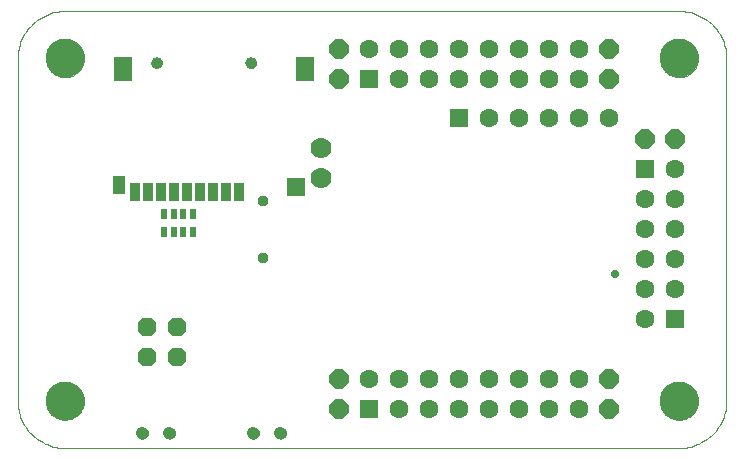
<source format=gbs>
G75*
%MOIN*%
%OFA0B0*%
%FSLAX24Y24*%
%IPPOS*%
%LPD*%
%AMOC8*
5,1,8,0,0,1.08239X$1,22.5*
%
%ADD10OC8,0.0640*%
%ADD11OC8,0.0360*%
%ADD12R,0.0631X0.0631*%
%ADD13C,0.0631*%
%ADD14C,0.0000*%
%ADD15C,0.1300*%
%ADD16C,0.0700*%
%ADD17OC8,0.0631*%
%ADD18C,0.0414*%
%ADD19R,0.0340X0.0640*%
%ADD20R,0.0440X0.0640*%
%ADD21R,0.0640X0.0840*%
%ADD22R,0.0640X0.0640*%
%ADD23C,0.0390*%
%ADD24R,0.0240X0.0340*%
%ADD25C,0.0290*%
D10*
X015087Y004716D03*
X015087Y005716D03*
X024087Y005716D03*
X024088Y004718D03*
X025287Y013716D03*
X026287Y013716D03*
X024087Y015716D03*
X024087Y016716D03*
X015087Y016716D03*
X015087Y015716D03*
D11*
X012556Y011660D03*
X012556Y009738D03*
D12*
X019087Y014416D03*
X016087Y015716D03*
X025287Y012716D03*
X026287Y007716D03*
X016087Y004716D03*
D13*
X017087Y004716D03*
X018087Y004716D03*
X019087Y004716D03*
X020087Y004716D03*
X021087Y004716D03*
X022087Y004716D03*
X023087Y004716D03*
X023087Y005716D03*
X022087Y005716D03*
X021087Y005716D03*
X020087Y005716D03*
X019087Y005716D03*
X018087Y005716D03*
X017087Y005716D03*
X016087Y005716D03*
X025287Y007716D03*
X025287Y008716D03*
X026287Y008716D03*
X026287Y009716D03*
X025287Y009716D03*
X025287Y010716D03*
X026287Y010716D03*
X026287Y011716D03*
X025287Y011716D03*
X026287Y012716D03*
X024087Y014416D03*
X023087Y014416D03*
X022087Y014416D03*
X021087Y014416D03*
X020087Y014416D03*
X020087Y015716D03*
X021087Y015716D03*
X022087Y015716D03*
X023087Y015716D03*
X023087Y016716D03*
X022087Y016716D03*
X021087Y016716D03*
X020087Y016716D03*
X019087Y016716D03*
X018087Y016716D03*
X017087Y016716D03*
X016087Y016716D03*
X017087Y015716D03*
X018087Y015716D03*
X019087Y015716D03*
D14*
X026434Y003416D02*
X005961Y003416D01*
X005331Y004990D02*
X005333Y005040D01*
X005339Y005090D01*
X005349Y005139D01*
X005363Y005187D01*
X005380Y005234D01*
X005401Y005279D01*
X005426Y005323D01*
X005454Y005364D01*
X005486Y005403D01*
X005520Y005440D01*
X005557Y005474D01*
X005597Y005504D01*
X005639Y005531D01*
X005683Y005555D01*
X005729Y005576D01*
X005776Y005592D01*
X005824Y005605D01*
X005874Y005614D01*
X005923Y005619D01*
X005974Y005620D01*
X006024Y005617D01*
X006073Y005610D01*
X006122Y005599D01*
X006170Y005584D01*
X006216Y005566D01*
X006261Y005544D01*
X006304Y005518D01*
X006345Y005489D01*
X006384Y005457D01*
X006420Y005422D01*
X006452Y005384D01*
X006482Y005344D01*
X006509Y005301D01*
X006532Y005257D01*
X006551Y005211D01*
X006567Y005163D01*
X006579Y005114D01*
X006587Y005065D01*
X006591Y005015D01*
X006591Y004965D01*
X006587Y004915D01*
X006579Y004866D01*
X006567Y004817D01*
X006551Y004769D01*
X006532Y004723D01*
X006509Y004679D01*
X006482Y004636D01*
X006452Y004596D01*
X006420Y004558D01*
X006384Y004523D01*
X006345Y004491D01*
X006304Y004462D01*
X006261Y004436D01*
X006216Y004414D01*
X006170Y004396D01*
X006122Y004381D01*
X006073Y004370D01*
X006024Y004363D01*
X005974Y004360D01*
X005923Y004361D01*
X005874Y004366D01*
X005824Y004375D01*
X005776Y004388D01*
X005729Y004404D01*
X005683Y004425D01*
X005639Y004449D01*
X005597Y004476D01*
X005557Y004506D01*
X005520Y004540D01*
X005486Y004577D01*
X005454Y004616D01*
X005426Y004657D01*
X005401Y004701D01*
X005380Y004746D01*
X005363Y004793D01*
X005349Y004841D01*
X005339Y004890D01*
X005333Y004940D01*
X005331Y004990D01*
X004386Y004990D02*
X004388Y004913D01*
X004394Y004836D01*
X004403Y004759D01*
X004416Y004683D01*
X004433Y004607D01*
X004454Y004533D01*
X004478Y004459D01*
X004506Y004387D01*
X004537Y004317D01*
X004572Y004248D01*
X004610Y004180D01*
X004651Y004115D01*
X004696Y004052D01*
X004744Y003991D01*
X004794Y003932D01*
X004847Y003876D01*
X004903Y003823D01*
X004962Y003773D01*
X005023Y003725D01*
X005086Y003680D01*
X005151Y003639D01*
X005219Y003601D01*
X005288Y003566D01*
X005358Y003535D01*
X005430Y003507D01*
X005504Y003483D01*
X005578Y003462D01*
X005654Y003445D01*
X005730Y003432D01*
X005807Y003423D01*
X005884Y003417D01*
X005961Y003415D01*
X005884Y003417D01*
X005807Y003423D01*
X005730Y003432D01*
X005654Y003445D01*
X005578Y003462D01*
X005504Y003483D01*
X005430Y003507D01*
X005358Y003535D01*
X005288Y003566D01*
X005219Y003601D01*
X005151Y003639D01*
X005086Y003680D01*
X005023Y003725D01*
X004962Y003773D01*
X004903Y003823D01*
X004847Y003876D01*
X004794Y003932D01*
X004744Y003991D01*
X004696Y004052D01*
X004651Y004115D01*
X004610Y004180D01*
X004572Y004248D01*
X004537Y004317D01*
X004506Y004387D01*
X004478Y004459D01*
X004454Y004533D01*
X004433Y004607D01*
X004416Y004683D01*
X004403Y004759D01*
X004394Y004836D01*
X004388Y004913D01*
X004386Y004990D01*
X004387Y004990D02*
X004387Y016408D01*
X005331Y016408D02*
X005333Y016458D01*
X005339Y016508D01*
X005349Y016557D01*
X005363Y016605D01*
X005380Y016652D01*
X005401Y016697D01*
X005426Y016741D01*
X005454Y016782D01*
X005486Y016821D01*
X005520Y016858D01*
X005557Y016892D01*
X005597Y016922D01*
X005639Y016949D01*
X005683Y016973D01*
X005729Y016994D01*
X005776Y017010D01*
X005824Y017023D01*
X005874Y017032D01*
X005923Y017037D01*
X005974Y017038D01*
X006024Y017035D01*
X006073Y017028D01*
X006122Y017017D01*
X006170Y017002D01*
X006216Y016984D01*
X006261Y016962D01*
X006304Y016936D01*
X006345Y016907D01*
X006384Y016875D01*
X006420Y016840D01*
X006452Y016802D01*
X006482Y016762D01*
X006509Y016719D01*
X006532Y016675D01*
X006551Y016629D01*
X006567Y016581D01*
X006579Y016532D01*
X006587Y016483D01*
X006591Y016433D01*
X006591Y016383D01*
X006587Y016333D01*
X006579Y016284D01*
X006567Y016235D01*
X006551Y016187D01*
X006532Y016141D01*
X006509Y016097D01*
X006482Y016054D01*
X006452Y016014D01*
X006420Y015976D01*
X006384Y015941D01*
X006345Y015909D01*
X006304Y015880D01*
X006261Y015854D01*
X006216Y015832D01*
X006170Y015814D01*
X006122Y015799D01*
X006073Y015788D01*
X006024Y015781D01*
X005974Y015778D01*
X005923Y015779D01*
X005874Y015784D01*
X005824Y015793D01*
X005776Y015806D01*
X005729Y015822D01*
X005683Y015843D01*
X005639Y015867D01*
X005597Y015894D01*
X005557Y015924D01*
X005520Y015958D01*
X005486Y015995D01*
X005454Y016034D01*
X005426Y016075D01*
X005401Y016119D01*
X005380Y016164D01*
X005363Y016211D01*
X005349Y016259D01*
X005339Y016308D01*
X005333Y016358D01*
X005331Y016408D01*
X004386Y016408D02*
X004388Y016485D01*
X004394Y016562D01*
X004403Y016639D01*
X004416Y016715D01*
X004433Y016791D01*
X004454Y016865D01*
X004478Y016939D01*
X004506Y017011D01*
X004537Y017081D01*
X004572Y017150D01*
X004610Y017218D01*
X004651Y017283D01*
X004696Y017346D01*
X004744Y017407D01*
X004794Y017466D01*
X004847Y017522D01*
X004903Y017575D01*
X004962Y017625D01*
X005023Y017673D01*
X005086Y017718D01*
X005151Y017759D01*
X005219Y017797D01*
X005288Y017832D01*
X005358Y017863D01*
X005430Y017891D01*
X005504Y017915D01*
X005578Y017936D01*
X005654Y017953D01*
X005730Y017966D01*
X005807Y017975D01*
X005884Y017981D01*
X005961Y017983D01*
X026434Y017983D01*
X025804Y016408D02*
X025806Y016458D01*
X025812Y016508D01*
X025822Y016557D01*
X025836Y016605D01*
X025853Y016652D01*
X025874Y016697D01*
X025899Y016741D01*
X025927Y016782D01*
X025959Y016821D01*
X025993Y016858D01*
X026030Y016892D01*
X026070Y016922D01*
X026112Y016949D01*
X026156Y016973D01*
X026202Y016994D01*
X026249Y017010D01*
X026297Y017023D01*
X026347Y017032D01*
X026396Y017037D01*
X026447Y017038D01*
X026497Y017035D01*
X026546Y017028D01*
X026595Y017017D01*
X026643Y017002D01*
X026689Y016984D01*
X026734Y016962D01*
X026777Y016936D01*
X026818Y016907D01*
X026857Y016875D01*
X026893Y016840D01*
X026925Y016802D01*
X026955Y016762D01*
X026982Y016719D01*
X027005Y016675D01*
X027024Y016629D01*
X027040Y016581D01*
X027052Y016532D01*
X027060Y016483D01*
X027064Y016433D01*
X027064Y016383D01*
X027060Y016333D01*
X027052Y016284D01*
X027040Y016235D01*
X027024Y016187D01*
X027005Y016141D01*
X026982Y016097D01*
X026955Y016054D01*
X026925Y016014D01*
X026893Y015976D01*
X026857Y015941D01*
X026818Y015909D01*
X026777Y015880D01*
X026734Y015854D01*
X026689Y015832D01*
X026643Y015814D01*
X026595Y015799D01*
X026546Y015788D01*
X026497Y015781D01*
X026447Y015778D01*
X026396Y015779D01*
X026347Y015784D01*
X026297Y015793D01*
X026249Y015806D01*
X026202Y015822D01*
X026156Y015843D01*
X026112Y015867D01*
X026070Y015894D01*
X026030Y015924D01*
X025993Y015958D01*
X025959Y015995D01*
X025927Y016034D01*
X025899Y016075D01*
X025874Y016119D01*
X025853Y016164D01*
X025836Y016211D01*
X025822Y016259D01*
X025812Y016308D01*
X025806Y016358D01*
X025804Y016408D01*
X026434Y017983D02*
X026511Y017981D01*
X026588Y017975D01*
X026665Y017966D01*
X026741Y017953D01*
X026817Y017936D01*
X026891Y017915D01*
X026965Y017891D01*
X027037Y017863D01*
X027107Y017832D01*
X027176Y017797D01*
X027244Y017759D01*
X027309Y017718D01*
X027372Y017673D01*
X027433Y017625D01*
X027492Y017575D01*
X027548Y017522D01*
X027601Y017466D01*
X027651Y017407D01*
X027699Y017346D01*
X027744Y017283D01*
X027785Y017218D01*
X027823Y017150D01*
X027858Y017081D01*
X027889Y017011D01*
X027917Y016939D01*
X027941Y016865D01*
X027962Y016791D01*
X027979Y016715D01*
X027992Y016639D01*
X028001Y016562D01*
X028007Y016485D01*
X028009Y016408D01*
X028009Y004990D01*
X025804Y004990D02*
X025806Y005040D01*
X025812Y005090D01*
X025822Y005139D01*
X025836Y005187D01*
X025853Y005234D01*
X025874Y005279D01*
X025899Y005323D01*
X025927Y005364D01*
X025959Y005403D01*
X025993Y005440D01*
X026030Y005474D01*
X026070Y005504D01*
X026112Y005531D01*
X026156Y005555D01*
X026202Y005576D01*
X026249Y005592D01*
X026297Y005605D01*
X026347Y005614D01*
X026396Y005619D01*
X026447Y005620D01*
X026497Y005617D01*
X026546Y005610D01*
X026595Y005599D01*
X026643Y005584D01*
X026689Y005566D01*
X026734Y005544D01*
X026777Y005518D01*
X026818Y005489D01*
X026857Y005457D01*
X026893Y005422D01*
X026925Y005384D01*
X026955Y005344D01*
X026982Y005301D01*
X027005Y005257D01*
X027024Y005211D01*
X027040Y005163D01*
X027052Y005114D01*
X027060Y005065D01*
X027064Y005015D01*
X027064Y004965D01*
X027060Y004915D01*
X027052Y004866D01*
X027040Y004817D01*
X027024Y004769D01*
X027005Y004723D01*
X026982Y004679D01*
X026955Y004636D01*
X026925Y004596D01*
X026893Y004558D01*
X026857Y004523D01*
X026818Y004491D01*
X026777Y004462D01*
X026734Y004436D01*
X026689Y004414D01*
X026643Y004396D01*
X026595Y004381D01*
X026546Y004370D01*
X026497Y004363D01*
X026447Y004360D01*
X026396Y004361D01*
X026347Y004366D01*
X026297Y004375D01*
X026249Y004388D01*
X026202Y004404D01*
X026156Y004425D01*
X026112Y004449D01*
X026070Y004476D01*
X026030Y004506D01*
X025993Y004540D01*
X025959Y004577D01*
X025927Y004616D01*
X025899Y004657D01*
X025874Y004701D01*
X025853Y004746D01*
X025836Y004793D01*
X025822Y004841D01*
X025812Y004890D01*
X025806Y004940D01*
X025804Y004990D01*
X026434Y003415D02*
X026511Y003417D01*
X026588Y003423D01*
X026665Y003432D01*
X026741Y003445D01*
X026817Y003462D01*
X026891Y003483D01*
X026965Y003507D01*
X027037Y003535D01*
X027107Y003566D01*
X027176Y003601D01*
X027244Y003639D01*
X027309Y003680D01*
X027372Y003725D01*
X027433Y003773D01*
X027492Y003823D01*
X027548Y003876D01*
X027601Y003932D01*
X027651Y003991D01*
X027699Y004052D01*
X027744Y004115D01*
X027785Y004180D01*
X027823Y004248D01*
X027858Y004317D01*
X027889Y004387D01*
X027917Y004459D01*
X027941Y004533D01*
X027962Y004607D01*
X027979Y004683D01*
X027992Y004759D01*
X028001Y004836D01*
X028007Y004913D01*
X028009Y004990D01*
X028007Y004913D01*
X028001Y004836D01*
X027992Y004759D01*
X027979Y004683D01*
X027962Y004607D01*
X027941Y004533D01*
X027917Y004459D01*
X027889Y004387D01*
X027858Y004317D01*
X027823Y004248D01*
X027785Y004180D01*
X027744Y004115D01*
X027699Y004052D01*
X027651Y003991D01*
X027601Y003932D01*
X027548Y003876D01*
X027492Y003823D01*
X027433Y003773D01*
X027372Y003725D01*
X027309Y003680D01*
X027244Y003639D01*
X027176Y003601D01*
X027107Y003566D01*
X027037Y003535D01*
X026965Y003507D01*
X026891Y003483D01*
X026817Y003462D01*
X026741Y003445D01*
X026665Y003432D01*
X026588Y003423D01*
X026511Y003417D01*
X026434Y003415D01*
X012952Y003916D02*
X012954Y003943D01*
X012960Y003969D01*
X012969Y003994D01*
X012982Y004017D01*
X012998Y004038D01*
X013017Y004057D01*
X013038Y004073D01*
X013061Y004086D01*
X013086Y004095D01*
X013112Y004101D01*
X013139Y004103D01*
X013166Y004101D01*
X013192Y004095D01*
X013217Y004086D01*
X013240Y004073D01*
X013261Y004057D01*
X013280Y004038D01*
X013296Y004017D01*
X013309Y003994D01*
X013318Y003969D01*
X013324Y003943D01*
X013326Y003916D01*
X013324Y003889D01*
X013318Y003863D01*
X013309Y003838D01*
X013296Y003815D01*
X013280Y003794D01*
X013261Y003775D01*
X013240Y003759D01*
X013217Y003746D01*
X013192Y003737D01*
X013166Y003731D01*
X013139Y003729D01*
X013112Y003731D01*
X013086Y003737D01*
X013061Y003746D01*
X013038Y003759D01*
X013017Y003775D01*
X012998Y003794D01*
X012982Y003815D01*
X012969Y003838D01*
X012960Y003863D01*
X012954Y003889D01*
X012952Y003916D01*
X012047Y003916D02*
X012049Y003943D01*
X012055Y003969D01*
X012064Y003994D01*
X012077Y004017D01*
X012093Y004038D01*
X012112Y004057D01*
X012133Y004073D01*
X012156Y004086D01*
X012181Y004095D01*
X012207Y004101D01*
X012234Y004103D01*
X012261Y004101D01*
X012287Y004095D01*
X012312Y004086D01*
X012335Y004073D01*
X012356Y004057D01*
X012375Y004038D01*
X012391Y004017D01*
X012404Y003994D01*
X012413Y003969D01*
X012419Y003943D01*
X012421Y003916D01*
X012419Y003889D01*
X012413Y003863D01*
X012404Y003838D01*
X012391Y003815D01*
X012375Y003794D01*
X012356Y003775D01*
X012335Y003759D01*
X012312Y003746D01*
X012287Y003737D01*
X012261Y003731D01*
X012234Y003729D01*
X012207Y003731D01*
X012181Y003737D01*
X012156Y003746D01*
X012133Y003759D01*
X012112Y003775D01*
X012093Y003794D01*
X012077Y003815D01*
X012064Y003838D01*
X012055Y003863D01*
X012049Y003889D01*
X012047Y003916D01*
X009252Y003916D02*
X009254Y003943D01*
X009260Y003969D01*
X009269Y003994D01*
X009282Y004017D01*
X009298Y004038D01*
X009317Y004057D01*
X009338Y004073D01*
X009361Y004086D01*
X009386Y004095D01*
X009412Y004101D01*
X009439Y004103D01*
X009466Y004101D01*
X009492Y004095D01*
X009517Y004086D01*
X009540Y004073D01*
X009561Y004057D01*
X009580Y004038D01*
X009596Y004017D01*
X009609Y003994D01*
X009618Y003969D01*
X009624Y003943D01*
X009626Y003916D01*
X009624Y003889D01*
X009618Y003863D01*
X009609Y003838D01*
X009596Y003815D01*
X009580Y003794D01*
X009561Y003775D01*
X009540Y003759D01*
X009517Y003746D01*
X009492Y003737D01*
X009466Y003731D01*
X009439Y003729D01*
X009412Y003731D01*
X009386Y003737D01*
X009361Y003746D01*
X009338Y003759D01*
X009317Y003775D01*
X009298Y003794D01*
X009282Y003815D01*
X009269Y003838D01*
X009260Y003863D01*
X009254Y003889D01*
X009252Y003916D01*
X008347Y003916D02*
X008349Y003943D01*
X008355Y003969D01*
X008364Y003994D01*
X008377Y004017D01*
X008393Y004038D01*
X008412Y004057D01*
X008433Y004073D01*
X008456Y004086D01*
X008481Y004095D01*
X008507Y004101D01*
X008534Y004103D01*
X008561Y004101D01*
X008587Y004095D01*
X008612Y004086D01*
X008635Y004073D01*
X008656Y004057D01*
X008675Y004038D01*
X008691Y004017D01*
X008704Y003994D01*
X008713Y003969D01*
X008719Y003943D01*
X008721Y003916D01*
X008719Y003889D01*
X008713Y003863D01*
X008704Y003838D01*
X008691Y003815D01*
X008675Y003794D01*
X008656Y003775D01*
X008635Y003759D01*
X008612Y003746D01*
X008587Y003737D01*
X008561Y003731D01*
X008534Y003729D01*
X008507Y003731D01*
X008481Y003737D01*
X008456Y003746D01*
X008433Y003759D01*
X008412Y003775D01*
X008393Y003794D01*
X008377Y003815D01*
X008364Y003838D01*
X008355Y003863D01*
X008349Y003889D01*
X008347Y003916D01*
X008838Y016253D02*
X008840Y016279D01*
X008846Y016305D01*
X008855Y016329D01*
X008868Y016352D01*
X008885Y016372D01*
X008904Y016390D01*
X008926Y016405D01*
X008949Y016416D01*
X008974Y016424D01*
X009000Y016428D01*
X009026Y016428D01*
X009052Y016424D01*
X009077Y016416D01*
X009101Y016405D01*
X009122Y016390D01*
X009141Y016372D01*
X009158Y016352D01*
X009171Y016329D01*
X009180Y016305D01*
X009186Y016279D01*
X009188Y016253D01*
X009186Y016227D01*
X009180Y016201D01*
X009171Y016177D01*
X009158Y016154D01*
X009141Y016134D01*
X009122Y016116D01*
X009100Y016101D01*
X009077Y016090D01*
X009052Y016082D01*
X009026Y016078D01*
X009000Y016078D01*
X008974Y016082D01*
X008949Y016090D01*
X008925Y016101D01*
X008904Y016116D01*
X008885Y016134D01*
X008868Y016154D01*
X008855Y016177D01*
X008846Y016201D01*
X008840Y016227D01*
X008838Y016253D01*
X005961Y017983D02*
X005884Y017981D01*
X005807Y017975D01*
X005730Y017966D01*
X005654Y017953D01*
X005578Y017936D01*
X005504Y017915D01*
X005430Y017891D01*
X005358Y017863D01*
X005288Y017832D01*
X005219Y017797D01*
X005151Y017759D01*
X005086Y017718D01*
X005023Y017673D01*
X004962Y017625D01*
X004903Y017575D01*
X004847Y017522D01*
X004794Y017466D01*
X004744Y017407D01*
X004696Y017346D01*
X004651Y017283D01*
X004610Y017218D01*
X004572Y017150D01*
X004537Y017081D01*
X004506Y017011D01*
X004478Y016939D01*
X004454Y016865D01*
X004433Y016791D01*
X004416Y016715D01*
X004403Y016639D01*
X004394Y016562D01*
X004388Y016485D01*
X004386Y016408D01*
X011988Y016253D02*
X011990Y016279D01*
X011996Y016305D01*
X012005Y016329D01*
X012018Y016352D01*
X012035Y016372D01*
X012054Y016390D01*
X012076Y016405D01*
X012099Y016416D01*
X012124Y016424D01*
X012150Y016428D01*
X012176Y016428D01*
X012202Y016424D01*
X012227Y016416D01*
X012251Y016405D01*
X012272Y016390D01*
X012291Y016372D01*
X012308Y016352D01*
X012321Y016329D01*
X012330Y016305D01*
X012336Y016279D01*
X012338Y016253D01*
X012336Y016227D01*
X012330Y016201D01*
X012321Y016177D01*
X012308Y016154D01*
X012291Y016134D01*
X012272Y016116D01*
X012250Y016101D01*
X012227Y016090D01*
X012202Y016082D01*
X012176Y016078D01*
X012150Y016078D01*
X012124Y016082D01*
X012099Y016090D01*
X012075Y016101D01*
X012054Y016116D01*
X012035Y016134D01*
X012018Y016154D01*
X012005Y016177D01*
X011996Y016201D01*
X011990Y016227D01*
X011988Y016253D01*
X026434Y017983D02*
X026511Y017981D01*
X026588Y017975D01*
X026665Y017966D01*
X026741Y017953D01*
X026817Y017936D01*
X026891Y017915D01*
X026965Y017891D01*
X027037Y017863D01*
X027107Y017832D01*
X027176Y017797D01*
X027244Y017759D01*
X027309Y017718D01*
X027372Y017673D01*
X027433Y017625D01*
X027492Y017575D01*
X027548Y017522D01*
X027601Y017466D01*
X027651Y017407D01*
X027699Y017346D01*
X027744Y017283D01*
X027785Y017218D01*
X027823Y017150D01*
X027858Y017081D01*
X027889Y017011D01*
X027917Y016939D01*
X027941Y016865D01*
X027962Y016791D01*
X027979Y016715D01*
X027992Y016639D01*
X028001Y016562D01*
X028007Y016485D01*
X028009Y016408D01*
D15*
X026434Y016408D03*
X026434Y004990D03*
X005961Y004990D03*
X005961Y016408D03*
D16*
X014487Y013416D03*
X014487Y012416D03*
D17*
X009687Y007466D03*
X008687Y007466D03*
X008687Y006466D03*
X009687Y006466D03*
D18*
X009439Y003916D03*
X008534Y003916D03*
X012234Y003916D03*
X013139Y003916D03*
D19*
X011769Y011962D03*
X011336Y011962D03*
X010903Y011962D03*
X010470Y011962D03*
X010037Y011962D03*
X009604Y011962D03*
X009170Y011962D03*
X008737Y011962D03*
X008304Y011962D03*
D20*
X007774Y012198D03*
D21*
X007911Y016046D03*
X013974Y016046D03*
D22*
X013651Y012116D03*
D23*
X012163Y016253D03*
X009013Y016253D03*
D24*
X009262Y011216D03*
X009587Y011216D03*
X009887Y011216D03*
X010212Y011216D03*
X010212Y010616D03*
X009887Y010616D03*
X009587Y010616D03*
X009262Y010616D03*
D25*
X024287Y009216D03*
M02*

</source>
